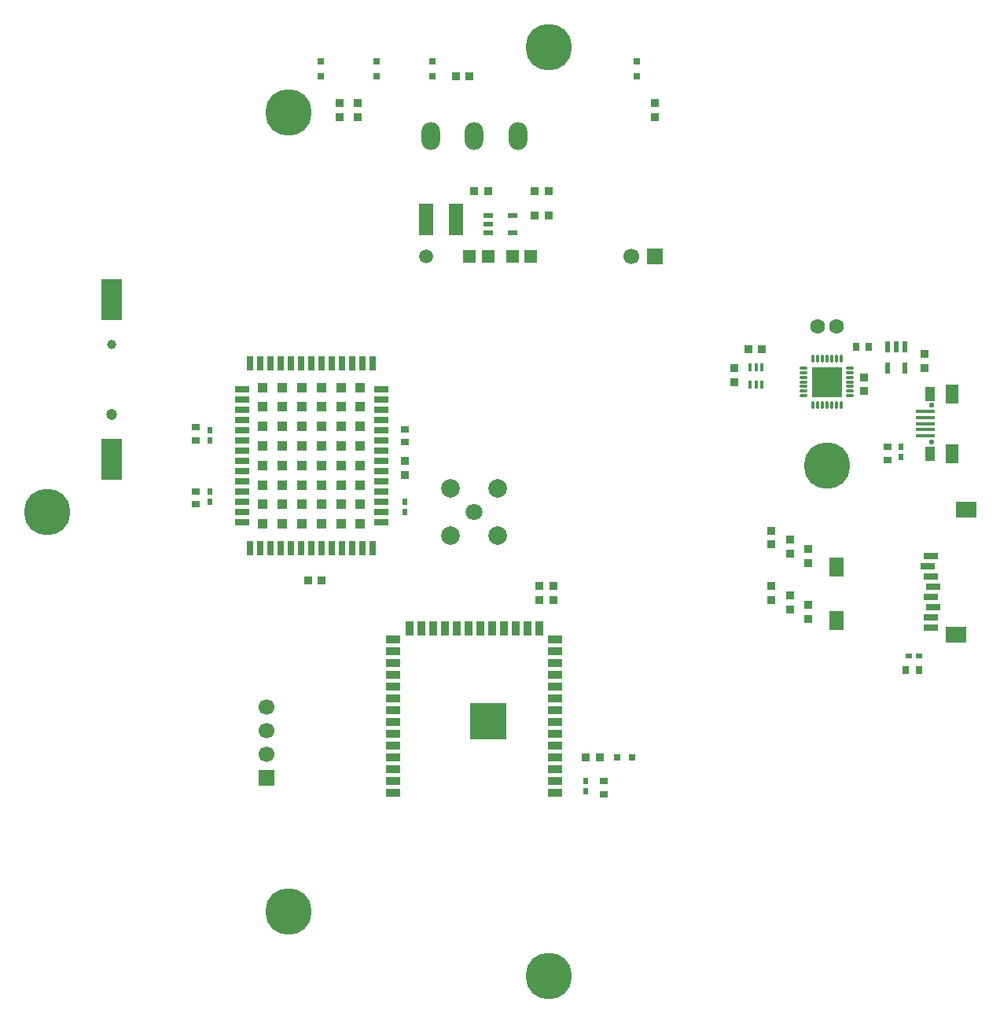
<source format=gbr>
%TF.GenerationSoftware,KiCad,Pcbnew,9.0.6-9.0.6~ubuntu24.04.1*%
%TF.CreationDate,2025-12-17T14:29:43+07:00*%
%TF.ProjectId,esp32s3-gnss-base-station,65737033-3273-4332-9d67-6e73732d6261,0.1*%
%TF.SameCoordinates,Original*%
%TF.FileFunction,Soldermask,Top*%
%TF.FilePolarity,Negative*%
%FSLAX46Y46*%
G04 Gerber Fmt 4.6, Leading zero omitted, Abs format (unit mm)*
G04 Created by KiCad (PCBNEW 9.0.6-9.0.6~ubuntu24.04.1) date 2025-12-17 14:29:43*
%MOMM*%
%LPD*%
G01*
G04 APERTURE LIST*
%ADD10R,1.600000X0.800000*%
%ADD11R,2.200000X1.700000*%
%ADD12R,1.500000X2.000000*%
%ADD13C,1.500000*%
%ADD14R,0.860000X0.810000*%
%ADD15C,1.800000*%
%ADD16C,2.000000*%
%ADD17C,5.000000*%
%ADD18R,0.900000X0.800000*%
%ADD19R,0.800000X0.800000*%
%ADD20R,1.410000X1.350000*%
%ADD21R,0.810000X0.860000*%
%ADD22R,3.200000X3.200000*%
%ADD23O,0.900000X0.280000*%
%ADD24O,0.280000X0.900000*%
%ADD25R,0.540000X0.790000*%
%ADD26R,0.790000X0.540000*%
%ADD27R,1.100000X1.100000*%
%ADD28R,0.800000X1.500000*%
%ADD29R,1.500000X0.800000*%
%ADD30R,1.600000X3.500000*%
%ADD31R,2.300000X4.500000*%
%ADD32C,1.000000*%
%ADD33C,1.200000*%
%ADD34R,1.100000X0.600000*%
%ADD35R,0.400000X0.900000*%
%ADD36C,0.600000*%
%ADD37R,3.900000X3.900000*%
%ADD38R,1.500000X0.900000*%
%ADD39R,0.900000X1.500000*%
%ADD40C,1.700000*%
%ADD41R,1.700000X1.700000*%
%ADD42R,0.800000X0.900000*%
%ADD43R,1.000000X1.600000*%
%ADD44R,1.400000X2.000000*%
%ADD45R,2.000000X0.400000*%
%ADD46C,0.550000*%
%ADD47R,0.490000X1.180000*%
%ADD48R,0.490000X1.160000*%
%ADD49O,2.000000X3.000000*%
%ADD50C,1.600000*%
G04 APERTURE END LIST*
D10*
%TO.C,SDCard1*%
X149150000Y-104770000D03*
X148800000Y-105870000D03*
X149150000Y-106970000D03*
X149400000Y-108080000D03*
X149150000Y-109170000D03*
X149400000Y-110270000D03*
X149150000Y-111380000D03*
X149150000Y-112470000D03*
D11*
X151900000Y-113220000D03*
X152950000Y-99780000D03*
D12*
X139050000Y-111670000D03*
X139050000Y-105970000D03*
%TD*%
D13*
%TO.C,+3.3*%
X94800000Y-72500000D03*
%TD*%
D14*
%TO.C,R15*%
X136000000Y-104000000D03*
X136000000Y-105500000D03*
%TD*%
D15*
%TO.C,U6*%
X100000000Y-100000000D03*
D16*
X102550000Y-102550000D03*
X102550000Y-97450000D03*
X97450000Y-97450000D03*
X97450000Y-102550000D03*
%TD*%
D17*
%TO.C,H1*%
X80000000Y-57000000D03*
%TD*%
D18*
%TO.C,C4*%
X114000000Y-130400000D03*
X114000000Y-129000000D03*
%TD*%
D19*
%TO.C,LED2*%
X95500000Y-53100000D03*
X95500000Y-51500000D03*
%TD*%
D17*
%TO.C,H3*%
X138000000Y-95000000D03*
%TD*%
D20*
%TO.C,C6*%
X104100000Y-72500000D03*
X106100000Y-72500000D03*
%TD*%
D18*
%TO.C,C14*%
X92500000Y-91100000D03*
X92500000Y-92500000D03*
%TD*%
%TO.C,C2*%
X144500000Y-94400000D03*
X144500000Y-93000000D03*
%TD*%
D21*
%TO.C,R3*%
X129500000Y-82500000D03*
X131000000Y-82500000D03*
%TD*%
D14*
%TO.C,R8*%
X108500000Y-109500000D03*
X108500000Y-108000000D03*
%TD*%
D22*
%TO.C,U3*%
X138000000Y-86000000D03*
D23*
X135500000Y-87500000D03*
X135500000Y-87000000D03*
X135500000Y-86500000D03*
X135500000Y-86000000D03*
X135500000Y-85500000D03*
X135500000Y-85000000D03*
X135500000Y-84500000D03*
D24*
X136500000Y-83500000D03*
X137000000Y-83500000D03*
X137500000Y-83500000D03*
X138000000Y-83500000D03*
X138500000Y-83500000D03*
X139000000Y-83500000D03*
X139500000Y-83500000D03*
D23*
X140500000Y-84500000D03*
X140500000Y-85000000D03*
X140500000Y-85500000D03*
X140500000Y-86000000D03*
X140500000Y-86500000D03*
X140500000Y-87000000D03*
X140500000Y-87500000D03*
D24*
X139500000Y-88500000D03*
X139000000Y-88500000D03*
X138500000Y-88500000D03*
X138000000Y-88500000D03*
X137500000Y-88500000D03*
X137000000Y-88500000D03*
X136500000Y-88500000D03*
%TD*%
D25*
%TO.C,C12*%
X71500000Y-98900000D03*
X71500000Y-97800000D03*
%TD*%
D14*
%TO.C,R9*%
X106985000Y-108000000D03*
X106985000Y-109500000D03*
%TD*%
D21*
%TO.C,R22*%
X113500000Y-126450000D03*
X112000000Y-126450000D03*
%TD*%
D19*
%TO.C,LED1*%
X117500000Y-53100000D03*
X117500000Y-51500000D03*
%TD*%
D21*
%TO.C,R12*%
X108000000Y-65500000D03*
X106500000Y-65500000D03*
%TD*%
D20*
%TO.C,C7*%
X101500000Y-72500000D03*
X99500000Y-72500000D03*
%TD*%
D26*
%TO.C,C8*%
X146800000Y-115500000D03*
X147900000Y-115500000D03*
%TD*%
D14*
%TO.C,R6*%
X119500000Y-56000000D03*
X119500000Y-57500000D03*
%TD*%
%TO.C,R19*%
X92500000Y-96000000D03*
X92500000Y-94500000D03*
%TD*%
%TO.C,R16*%
X132000000Y-108000000D03*
X132000000Y-109500000D03*
%TD*%
D25*
%TO.C,C3*%
X112000000Y-130100000D03*
X112000000Y-129000000D03*
%TD*%
D27*
%TO.C,U2*%
X77250000Y-86600000D03*
X77250000Y-88700000D03*
X77250000Y-90800000D03*
X77250000Y-92900000D03*
X77250000Y-95000000D03*
X77250000Y-97100000D03*
X77250000Y-99200000D03*
X77250000Y-101300000D03*
X79350000Y-86600000D03*
X79350000Y-88700000D03*
X79350000Y-90800000D03*
X79350000Y-92900000D03*
X79350000Y-95000000D03*
X79350000Y-97100000D03*
X79350000Y-99200000D03*
X79350000Y-101300000D03*
X81450000Y-86600000D03*
X81450000Y-88700000D03*
X81450000Y-90800000D03*
X81450000Y-92900000D03*
X81450000Y-95000000D03*
X81450000Y-97100000D03*
X81450000Y-99200000D03*
X81450000Y-101300000D03*
X83550000Y-86600000D03*
X83550000Y-88700000D03*
X83550000Y-90800000D03*
X83550000Y-92900000D03*
X83550000Y-95000000D03*
X83550000Y-97100000D03*
X83550000Y-99200000D03*
X83550000Y-101300000D03*
X85650000Y-86600000D03*
X85650000Y-88700000D03*
X85650000Y-90800000D03*
X85650000Y-92900000D03*
X85650000Y-95000000D03*
X85650000Y-97100000D03*
X85650000Y-99200000D03*
X85650000Y-101300000D03*
X87750000Y-86600000D03*
X87750000Y-88700000D03*
X87750000Y-90800000D03*
X87750000Y-92900000D03*
X87750000Y-95000000D03*
X87750000Y-97100000D03*
X87750000Y-99200000D03*
X87750000Y-101300000D03*
D28*
X89100000Y-103900000D03*
X88000000Y-103900000D03*
X86900000Y-103900000D03*
X85800000Y-103900000D03*
X84700000Y-103900000D03*
X83600000Y-103900000D03*
X82500000Y-103900000D03*
X81400000Y-103900000D03*
X80300000Y-103900000D03*
X79200000Y-103900000D03*
X78100000Y-103900000D03*
X77000000Y-103900000D03*
X75900000Y-103900000D03*
D29*
X75000000Y-101100000D03*
X75000000Y-100000000D03*
X75000000Y-98900000D03*
X75000000Y-97800000D03*
X75000000Y-96700000D03*
X75000000Y-95600000D03*
X75000000Y-94500000D03*
X75000000Y-93400000D03*
X75000000Y-92300000D03*
X75000000Y-91200000D03*
X75000000Y-90100000D03*
X75000000Y-89000000D03*
X75000000Y-87900000D03*
X75000000Y-86800000D03*
D28*
X75900000Y-84000000D03*
X77000000Y-84000000D03*
X78100000Y-84000000D03*
X79200000Y-84000000D03*
X80300000Y-84000000D03*
X81400000Y-84000000D03*
X82500000Y-84000000D03*
X83600000Y-84000000D03*
X84700000Y-84000000D03*
X85800000Y-84000000D03*
X86900000Y-84000000D03*
X88000000Y-84000000D03*
X89100000Y-84000000D03*
D29*
X90000000Y-86800000D03*
X90000000Y-87900000D03*
X90000000Y-89000000D03*
X90000000Y-90100000D03*
X90000000Y-91200000D03*
X90000000Y-92300000D03*
X90000000Y-93400000D03*
X90000000Y-94500000D03*
X90000000Y-95600000D03*
X90000000Y-96700000D03*
X90000000Y-97800000D03*
X90000000Y-98900000D03*
X90000000Y-100000000D03*
X90000000Y-101100000D03*
%TD*%
D14*
%TO.C,R21*%
X87500000Y-56000000D03*
X87500000Y-57500000D03*
%TD*%
D19*
%TO.C,LED3*%
X83500000Y-53100000D03*
X83500000Y-51500000D03*
%TD*%
D14*
%TO.C,R5*%
X148500000Y-83000000D03*
X148500000Y-84500000D03*
%TD*%
D30*
%TO.C,L1*%
X94800000Y-68500000D03*
X98000000Y-68500000D03*
%TD*%
D14*
%TO.C,R17*%
X134000000Y-109000000D03*
X134000000Y-110500000D03*
%TD*%
D21*
%TO.C,R10*%
X101500000Y-65500000D03*
X100000000Y-65500000D03*
%TD*%
%TO.C,R4*%
X83600000Y-107400000D03*
X82100000Y-107400000D03*
%TD*%
D31*
%TO.C,B1*%
X61000000Y-77150000D03*
X61000000Y-94350000D03*
D32*
X61000000Y-82000000D03*
D33*
X61000000Y-89500000D03*
%TD*%
D21*
%TO.C,R11*%
X106500000Y-68050000D03*
X108000000Y-68050000D03*
%TD*%
D14*
%TO.C,R13*%
X132000000Y-102000000D03*
X132000000Y-103500000D03*
%TD*%
%TO.C,R20*%
X85500000Y-56000000D03*
X85500000Y-57500000D03*
%TD*%
D17*
%TO.C,H6*%
X54000000Y-100000000D03*
%TD*%
D14*
%TO.C,R1*%
X142000000Y-87000000D03*
X142000000Y-85500000D03*
%TD*%
D21*
%TO.C,R7*%
X98000000Y-53100000D03*
X99500000Y-53100000D03*
%TD*%
D18*
%TO.C,C11*%
X70000000Y-90900000D03*
X70000000Y-92300000D03*
%TD*%
%TO.C,C13*%
X70000000Y-99200000D03*
X70000000Y-97800000D03*
%TD*%
D34*
%TO.C,U5*%
X104100000Y-68050000D03*
X104100000Y-69950000D03*
X101500000Y-69950000D03*
X101500000Y-69000000D03*
X101500000Y-68050000D03*
%TD*%
D19*
%TO.C,LED4*%
X89500000Y-53100000D03*
X89500000Y-51500000D03*
%TD*%
D35*
%TO.C,Q1*%
X131000000Y-86250000D03*
X130350000Y-86250000D03*
X129700000Y-86250000D03*
X129700000Y-84450000D03*
X130350000Y-84450000D03*
X131000000Y-84450000D03*
%TD*%
D36*
%TO.C,U1*%
X100500000Y-121500000D03*
X100500000Y-123500000D03*
X101500000Y-122500000D03*
D37*
X101500000Y-122540000D03*
D36*
X102500000Y-121500000D03*
X102500000Y-123500000D03*
D38*
X91250000Y-130260000D03*
X91250000Y-128990000D03*
X91250000Y-127720000D03*
X91250000Y-126450000D03*
X91250000Y-125180000D03*
X91250000Y-123910000D03*
X91250000Y-122640000D03*
X91250000Y-121370000D03*
X91250000Y-120100000D03*
X91250000Y-118830000D03*
X91250000Y-117560000D03*
X91250000Y-116290000D03*
X91250000Y-115020000D03*
X91250000Y-113750000D03*
D39*
X93015000Y-112500000D03*
X94285000Y-112500000D03*
X95555000Y-112500000D03*
X96825000Y-112500000D03*
X98095000Y-112500000D03*
X99365000Y-112500000D03*
X100635000Y-112500000D03*
X101905000Y-112500000D03*
X103175000Y-112500000D03*
X104445000Y-112500000D03*
X105715000Y-112500000D03*
X106985000Y-112500000D03*
D38*
X108750000Y-113750000D03*
X108750000Y-115020000D03*
X108750000Y-116290000D03*
X108750000Y-117560000D03*
X108750000Y-118830000D03*
X108750000Y-120100000D03*
X108750000Y-121370000D03*
X108750000Y-122640000D03*
X108750000Y-123910000D03*
X108750000Y-125180000D03*
X108750000Y-126450000D03*
X108750000Y-127720000D03*
X108750000Y-128990000D03*
X108750000Y-130260000D03*
%TD*%
D40*
%TO.C,J1*%
X116960000Y-72500000D03*
D41*
X119500000Y-72500000D03*
%TD*%
D17*
%TO.C,H2*%
X108000000Y-50000000D03*
%TD*%
D25*
%TO.C,C10*%
X71500000Y-91200000D03*
X71500000Y-92300000D03*
%TD*%
D40*
%TO.C,J2*%
X77600000Y-120990000D03*
X77600000Y-123530000D03*
X77600000Y-126070000D03*
D41*
X77600000Y-128610000D03*
%TD*%
D19*
%TO.C,LED5*%
X115400000Y-126450000D03*
X117000000Y-126450000D03*
%TD*%
D25*
%TO.C,C1*%
X146000000Y-94100000D03*
X146000000Y-93000000D03*
%TD*%
D42*
%TO.C,C9*%
X146500000Y-117000000D03*
X147900000Y-117000000D03*
%TD*%
D17*
%TO.C,H5*%
X80000000Y-143000000D03*
%TD*%
D14*
%TO.C,R2*%
X128000000Y-84500000D03*
X128000000Y-86000000D03*
%TD*%
D25*
%TO.C,L2*%
X92500000Y-100000000D03*
X92500000Y-98900000D03*
%TD*%
D42*
%TO.C,C5*%
X141100000Y-82200000D03*
X142500000Y-82200000D03*
%TD*%
D43*
%TO.C,USB1*%
X149100000Y-87300000D03*
D44*
X151450000Y-87300000D03*
X151450000Y-93700000D03*
D43*
X149100000Y-93700000D03*
D45*
X148550000Y-89200000D03*
X148550000Y-89850000D03*
X148550000Y-90500000D03*
X148550000Y-91150000D03*
X148550000Y-91800000D03*
D46*
X149300000Y-88500000D03*
X149300000Y-92500000D03*
%TD*%
D14*
%TO.C,R14*%
X134000000Y-103000000D03*
X134000000Y-104500000D03*
%TD*%
D17*
%TO.C,H4*%
X108000000Y-150000000D03*
%TD*%
D47*
%TO.C,U4*%
X146400000Y-84500000D03*
X144500000Y-84500000D03*
D48*
X144500000Y-82200000D03*
X145450000Y-82200000D03*
X146400000Y-82200000D03*
%TD*%
D14*
%TO.C,R18*%
X136000000Y-110000000D03*
X136000000Y-111500000D03*
%TD*%
D49*
%TO.C,SW1*%
X95300000Y-59500000D03*
X100000000Y-59500000D03*
X104700000Y-59500000D03*
%TD*%
D50*
%TO.C,CN1*%
X137000000Y-80000000D03*
X139000000Y-80000000D03*
%TD*%
M02*

</source>
